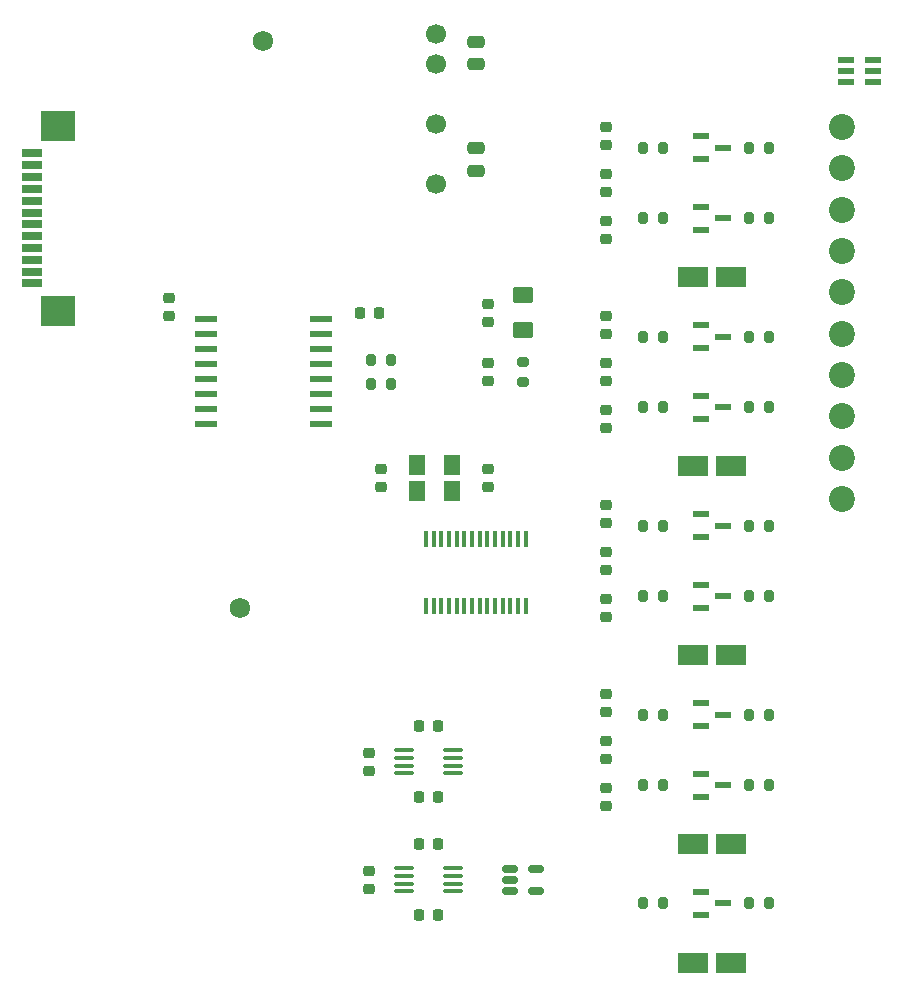
<source format=gbr>
%TF.GenerationSoftware,KiCad,Pcbnew,9.0.2*%
%TF.CreationDate,2025-06-09T15:42:41+03:00*%
%TF.ProjectId,PMCNV-AI4T,504d434e-562d-4414-9934-542e6b696361,rev?*%
%TF.SameCoordinates,Original*%
%TF.FileFunction,Soldermask,Top*%
%TF.FilePolarity,Negative*%
%FSLAX46Y46*%
G04 Gerber Fmt 4.6, Leading zero omitted, Abs format (unit mm)*
G04 Created by KiCad (PCBNEW 9.0.2) date 2025-06-09 15:42:41*
%MOMM*%
%LPD*%
G01*
G04 APERTURE LIST*
G04 Aperture macros list*
%AMRoundRect*
0 Rectangle with rounded corners*
0 $1 Rounding radius*
0 $2 $3 $4 $5 $6 $7 $8 $9 X,Y pos of 4 corners*
0 Add a 4 corners polygon primitive as box body*
4,1,4,$2,$3,$4,$5,$6,$7,$8,$9,$2,$3,0*
0 Add four circle primitives for the rounded corners*
1,1,$1+$1,$2,$3*
1,1,$1+$1,$4,$5*
1,1,$1+$1,$6,$7*
1,1,$1+$1,$8,$9*
0 Add four rect primitives between the rounded corners*
20,1,$1+$1,$2,$3,$4,$5,0*
20,1,$1+$1,$4,$5,$6,$7,0*
20,1,$1+$1,$6,$7,$8,$9,0*
20,1,$1+$1,$8,$9,$2,$3,0*%
G04 Aperture macros list end*
%ADD10RoundRect,0.200000X-0.200000X-0.275000X0.200000X-0.275000X0.200000X0.275000X-0.200000X0.275000X0*%
%ADD11R,1.397000X1.738275*%
%ADD12RoundRect,0.225000X-0.250000X0.225000X-0.250000X-0.225000X0.250000X-0.225000X0.250000X0.225000X0*%
%ADD13RoundRect,0.225000X0.250000X-0.225000X0.250000X0.225000X-0.250000X0.225000X-0.250000X-0.225000X0*%
%ADD14RoundRect,0.225000X0.225000X0.250000X-0.225000X0.250000X-0.225000X-0.250000X0.225000X-0.250000X0*%
%ADD15C,1.725000*%
%ADD16R,1.422400X0.558800*%
%ADD17R,2.565400X1.651000*%
%ADD18R,1.854200X0.482600*%
%ADD19RoundRect,0.200000X-0.275000X0.200000X-0.275000X-0.200000X0.275000X-0.200000X0.275000X0.200000X0*%
%ADD20C,1.700000*%
%ADD21R,1.473200X0.558800*%
%ADD22RoundRect,0.250000X0.475000X-0.250000X0.475000X0.250000X-0.475000X0.250000X-0.475000X-0.250000X0*%
%ADD23RoundRect,0.100000X-0.712500X-0.100000X0.712500X-0.100000X0.712500X0.100000X-0.712500X0.100000X0*%
%ADD24RoundRect,0.200000X0.200000X0.275000X-0.200000X0.275000X-0.200000X-0.275000X0.200000X-0.275000X0*%
%ADD25R,0.355600X1.473200*%
%ADD26C,2.200000*%
%ADD27RoundRect,0.150000X-0.512500X-0.150000X0.512500X-0.150000X0.512500X0.150000X-0.512500X0.150000X0*%
%ADD28R,1.803400X0.635000*%
%ADD29R,2.997200X2.590800*%
%ADD30RoundRect,0.250001X0.624999X-0.462499X0.624999X0.462499X-0.624999X0.462499X-0.624999X-0.462499X0*%
%ADD31RoundRect,0.250000X-0.475000X0.250000X-0.475000X-0.250000X0.475000X-0.250000X0.475000X0.250000X0*%
G04 APERTURE END LIST*
D10*
%TO.C,R4*%
X18175000Y30000000D03*
X19825000Y30000000D03*
%TD*%
D11*
%TO.C,C10*%
X2000000Y6913337D03*
X2000000Y9086663D03*
%TD*%
D10*
%TO.C,R16*%
X27175000Y-2000000D03*
X28825000Y-2000000D03*
%TD*%
D12*
%TO.C,C13*%
X-5000000Y-15225000D03*
X-5000000Y-16775000D03*
%TD*%
D13*
%TO.C,C28*%
X15000000Y-11775000D03*
X15000000Y-10225000D03*
%TD*%
%TO.C,C9*%
X5000000Y16225000D03*
X5000000Y17775000D03*
%TD*%
D14*
%TO.C,C15*%
X775000Y-29000000D03*
X-775000Y-29000000D03*
%TD*%
D13*
%TO.C,C7*%
X-4000000Y7225000D03*
X-4000000Y8775000D03*
%TD*%
D15*
%TO.C,U4*%
X-14000000Y45000000D03*
%TD*%
D13*
%TO.C,C25*%
X15000000Y4225000D03*
X15000000Y5775000D03*
%TD*%
D16*
%TO.C,U9*%
X23034800Y36952500D03*
X23034800Y35047500D03*
X24965200Y36000000D03*
%TD*%
D17*
%TO.C,D2*%
X22387100Y-33000000D03*
X25612900Y-33000000D03*
%TD*%
D10*
%TO.C,R18*%
X18175000Y-18000000D03*
X19825000Y-18000000D03*
%TD*%
D18*
%TO.C,U7*%
X-18876800Y21445000D03*
X-18876800Y20175000D03*
X-18876800Y18905000D03*
X-18876800Y17635000D03*
X-18876800Y16365000D03*
X-18876800Y15095000D03*
X-18876800Y13825000D03*
X-18876800Y12555000D03*
X-9123200Y12555000D03*
X-9123200Y13825000D03*
X-9123200Y15095000D03*
X-9123200Y16365000D03*
X-9123200Y17635000D03*
X-9123200Y18905000D03*
X-9123200Y20175000D03*
X-9123200Y21445000D03*
%TD*%
D16*
%TO.C,U14*%
X23034800Y4952500D03*
X23034800Y3047500D03*
X24965200Y4000000D03*
%TD*%
D10*
%TO.C,R5*%
X27175000Y30000000D03*
X28825000Y30000000D03*
%TD*%
D19*
%TO.C,R3*%
X8000000Y17825000D03*
X8000000Y16175000D03*
%TD*%
D16*
%TO.C,U12*%
X23034800Y20952500D03*
X23034800Y19047500D03*
X24965200Y20000000D03*
%TD*%
D10*
%TO.C,R10*%
X18175000Y14000000D03*
X19825000Y14000000D03*
%TD*%
D14*
%TO.C,C5*%
X-4225000Y22000000D03*
X-5775000Y22000000D03*
%TD*%
D16*
%TO.C,U16*%
X23034800Y-11047500D03*
X23034800Y-12952500D03*
X24965200Y-12000000D03*
%TD*%
D17*
%TO.C,D1*%
X22387100Y25000000D03*
X25612900Y25000000D03*
%TD*%
D13*
%TO.C,C3*%
X-22000000Y21725000D03*
X-22000000Y23275000D03*
%TD*%
D10*
%TO.C,R8*%
X27175000Y-28000000D03*
X28825000Y-28000000D03*
%TD*%
D12*
%TO.C,C19*%
X15000000Y29775000D03*
X15000000Y28225000D03*
%TD*%
D10*
%TO.C,R9*%
X18175000Y-28000000D03*
X19825000Y-28000000D03*
%TD*%
D20*
%TO.C,PS1*%
X625000Y45615000D03*
X625000Y43075000D03*
X625000Y37995000D03*
X625000Y32915000D03*
%TD*%
D21*
%TO.C,U18*%
X37617600Y41549999D03*
X37617600Y42500000D03*
X37617600Y43450001D03*
X35382400Y43450001D03*
X35382400Y42500000D03*
X35382400Y41549999D03*
%TD*%
D22*
%TO.C,C2*%
X4000000Y34050000D03*
X4000000Y35950000D03*
%TD*%
D16*
%TO.C,U10*%
X23034800Y-27047500D03*
X23034800Y-28952500D03*
X24965200Y-28000000D03*
%TD*%
D12*
%TO.C,C14*%
X-5000000Y-25225000D03*
X-5000000Y-26775000D03*
%TD*%
D16*
%TO.C,U11*%
X23034800Y14952500D03*
X23034800Y13047500D03*
X24965200Y14000000D03*
%TD*%
D13*
%TO.C,C22*%
X15000000Y20225000D03*
X15000000Y21775000D03*
%TD*%
D10*
%TO.C,R21*%
X27175000Y-12000000D03*
X28825000Y-12000000D03*
%TD*%
D11*
%TO.C,C8*%
X-1000000Y6913337D03*
X-1000000Y9086663D03*
%TD*%
D14*
%TO.C,C16*%
X775000Y-23000000D03*
X-775000Y-23000000D03*
%TD*%
D13*
%TO.C,C12*%
X5000000Y7225000D03*
X5000000Y8775000D03*
%TD*%
D12*
%TO.C,C20*%
X15000000Y13775000D03*
X15000000Y12225000D03*
%TD*%
%TO.C,C11*%
X5000000Y22775000D03*
X5000000Y21225000D03*
%TD*%
D17*
%TO.C,D3*%
X22387100Y9000000D03*
X25612900Y9000000D03*
%TD*%
D13*
%TO.C,C17*%
X15000000Y36225000D03*
X15000000Y37775000D03*
%TD*%
D10*
%TO.C,R17*%
X27175000Y4000000D03*
X28825000Y4000000D03*
%TD*%
%TO.C,R6*%
X18175000Y36000000D03*
X19825000Y36000000D03*
%TD*%
%TO.C,R13*%
X27175000Y20000000D03*
X28825000Y20000000D03*
%TD*%
D13*
%TO.C,C21*%
X15000000Y16225000D03*
X15000000Y17775000D03*
%TD*%
%TO.C,C24*%
X15000000Y225000D03*
X15000000Y1775000D03*
%TD*%
D14*
%TO.C,C6*%
X775000Y-13000000D03*
X-775000Y-13000000D03*
%TD*%
D13*
%TO.C,C18*%
X15000000Y32225000D03*
X15000000Y33775000D03*
%TD*%
D17*
%TO.C,D4*%
X22387100Y-7000000D03*
X25612900Y-7000000D03*
%TD*%
D23*
%TO.C,U6*%
X-2112500Y-15025000D03*
X-2112500Y-15675000D03*
X-2112500Y-16325000D03*
X-2112500Y-16975000D03*
X2112500Y-16975000D03*
X2112500Y-16325000D03*
X2112500Y-15675000D03*
X2112500Y-15025000D03*
%TD*%
D10*
%TO.C,R11*%
X18175000Y20000000D03*
X19825000Y20000000D03*
%TD*%
%TO.C,R7*%
X27175000Y36000000D03*
X28825000Y36000000D03*
%TD*%
D24*
%TO.C,R1*%
X-3175000Y18000000D03*
X-4825000Y18000000D03*
%TD*%
D23*
%TO.C,U3*%
X-2112500Y-25025000D03*
X-2112500Y-25675000D03*
X-2112500Y-26325000D03*
X-2112500Y-26975000D03*
X2112500Y-26975000D03*
X2112500Y-26325000D03*
X2112500Y-25675000D03*
X2112500Y-25025000D03*
%TD*%
D25*
%TO.C,U2*%
X-225000Y-2819400D03*
X425001Y-2819400D03*
X1075000Y-2819400D03*
X1725001Y-2819400D03*
X2374999Y-2819400D03*
X3025001Y-2819400D03*
X3674999Y-2819400D03*
X4324998Y-2819400D03*
X4974999Y-2819400D03*
X5624998Y-2819400D03*
X6274999Y-2819400D03*
X6924998Y-2819400D03*
X7574999Y-2819400D03*
X8224998Y-2819400D03*
X8225000Y2819400D03*
X7574999Y2819400D03*
X6925000Y2819400D03*
X6274999Y2819400D03*
X5625001Y2819400D03*
X4974999Y2819400D03*
X4325001Y2819400D03*
X3674999Y2819400D03*
X3025001Y2819400D03*
X2374999Y2819400D03*
X1725001Y2819400D03*
X1075000Y2819400D03*
X425001Y2819400D03*
X-225000Y2819400D03*
%TD*%
D10*
%TO.C,R20*%
X27175000Y-18000000D03*
X28825000Y-18000000D03*
%TD*%
D26*
%TO.C,J1*%
X35000000Y6250000D03*
X35000000Y9750000D03*
X35000000Y13250000D03*
X35000000Y16750000D03*
X35000000Y20250000D03*
X35000000Y23750000D03*
X35000000Y27250000D03*
X35000000Y30750000D03*
X35000000Y34250000D03*
X35000000Y37750000D03*
%TD*%
D27*
%TO.C,U17*%
X6862500Y-25050000D03*
X6862500Y-26000000D03*
X6862500Y-26950000D03*
X9137500Y-26950000D03*
X9137500Y-25050000D03*
%TD*%
D14*
%TO.C,C4*%
X775000Y-19000000D03*
X-775000Y-19000000D03*
%TD*%
D12*
%TO.C,C26*%
X15000000Y-18225000D03*
X15000000Y-19775000D03*
%TD*%
D10*
%TO.C,R15*%
X18175000Y4000000D03*
X19825000Y4000000D03*
%TD*%
D15*
%TO.C,U5*%
X-16000000Y-3000000D03*
%TD*%
D17*
%TO.C,D5*%
X22387100Y-23000000D03*
X25612900Y-23000000D03*
%TD*%
D28*
%TO.C,J2*%
X-33556000Y24500008D03*
X-33556000Y25500006D03*
X-33556000Y26500004D03*
X-33556000Y27500002D03*
X-33556000Y28500000D03*
X-33556000Y29500000D03*
X-33556000Y30500000D03*
X-33556000Y31500000D03*
X-33556000Y32499998D03*
X-33556000Y33499996D03*
X-33556000Y34499994D03*
X-33556000Y35499992D03*
D29*
X-31385999Y22149997D03*
X-31385999Y37850003D03*
%TD*%
D16*
%TO.C,U13*%
X23034800Y-1047500D03*
X23034800Y-2952500D03*
X24965200Y-2000000D03*
%TD*%
%TO.C,U15*%
X23034800Y-17047500D03*
X23034800Y-18952500D03*
X24965200Y-18000000D03*
%TD*%
D30*
%TO.C,L1*%
X8000000Y20512500D03*
X8000000Y23487500D03*
%TD*%
D24*
%TO.C,R2*%
X-3175000Y16000000D03*
X-4825000Y16000000D03*
%TD*%
D13*
%TO.C,C27*%
X15000000Y-15775000D03*
X15000000Y-14225000D03*
%TD*%
D16*
%TO.C,U8*%
X23034800Y30952500D03*
X23034800Y29047500D03*
X24965200Y30000000D03*
%TD*%
D10*
%TO.C,R19*%
X18175000Y-12000000D03*
X19825000Y-12000000D03*
%TD*%
%TO.C,R12*%
X27175000Y14000000D03*
X28825000Y14000000D03*
%TD*%
D12*
%TO.C,C23*%
X15000000Y-2225000D03*
X15000000Y-3775000D03*
%TD*%
D10*
%TO.C,R14*%
X18175000Y-2000000D03*
X19825000Y-2000000D03*
%TD*%
D31*
%TO.C,C1*%
X4000000Y44950000D03*
X4000000Y43050000D03*
%TD*%
M02*

</source>
